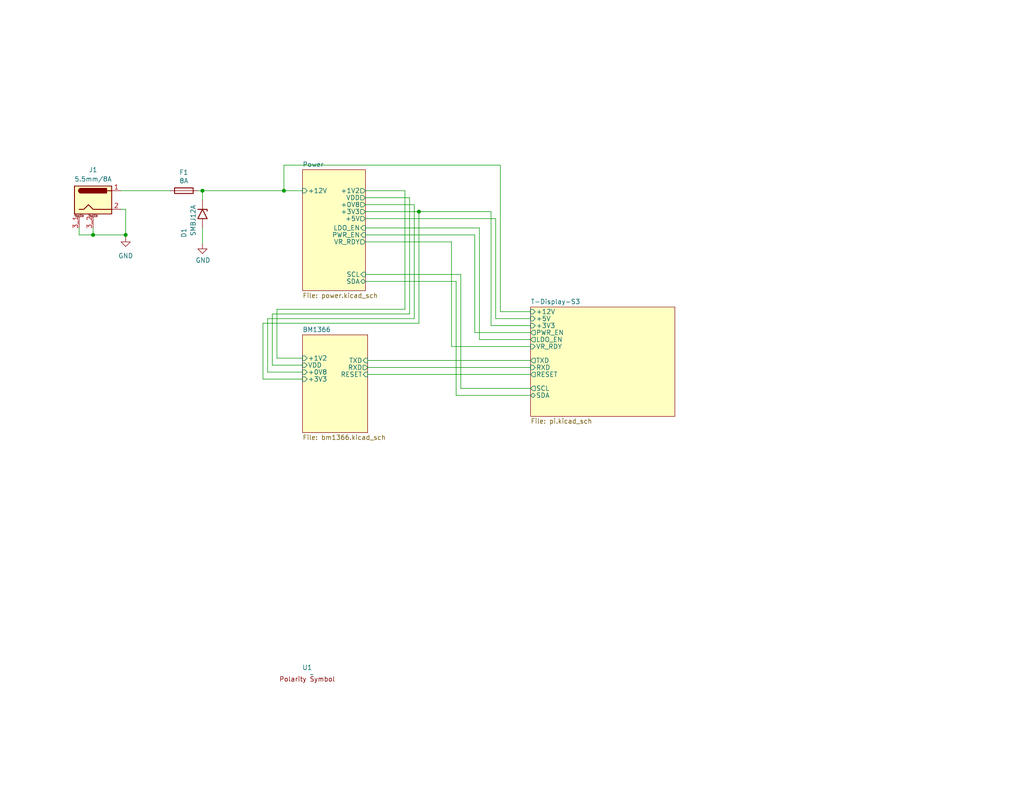
<source format=kicad_sch>
(kicad_sch (version 20250114) (generator "eeschema") (generator_version "9.0")
  (paper "A")
  (title_block (title "BM1366 PiAxe") (date "2023-10-10") (rev "202"))
  (lib_symbols
    (symbol "Device:Fuse" (pin_numbers (hide yes)) (pin_names (offset 0))
      (property "Reference" "F" (at 2.032 0 90))
      (property "Value" "Fuse" (at -1.905 0 90))
      (symbol "Fuse_0_1"
        (rectangle (start -0.762 -2.54) (end 0.762 2.54) (stroke (width 0.254)))
        (polyline (pts (xy 0 2.54) (xy 0 -2.54)))
      )
      (symbol "Fuse_1_1"
        (pin passive line (at 0 3.81 270) (length 1.27) (name "~") (number "1"))
        (pin passive line (at 0 -3.81 90) (length 1.27) (name "~") (number "2"))
      )
    )
    (symbol "Diode:5KPxxA" (pin_numbers (hide yes)) (pin_names (offset 1.016) (hide yes))
      (property "Reference" "D" (at 0 2.54 0))
      (property "Value" "5KPxxA" (at 0 -2.54 0))
      (symbol "5KPxxA_0_1"
        (polyline (pts (xy -0.762 1.27) (xy -1.27 1.27) (xy -1.27 -1.27)) (stroke (width 0.254)))
        (polyline (pts (xy 1.27 1.27) (xy 1.27 -1.27) (xy -1.27 0) (xy 1.27 1.27)) (stroke (width 0.254)))
      )
      (symbol "5KPxxA_1_1"
        (pin passive line (at -3.81 0 0) (length 2.54) (name "A1") (number "1"))
        (pin passive line (at 3.81 0 180) (length 2.54) (name "A2") (number "2"))
      )
    )
    (symbol "GND_1" (power) (pin_numbers (hide yes)) (pin_names (offset 0) (hide yes))
      (property "Value" "GND" (at 0 -3.81 0))
      (symbol "GND_1_0_1"
        (polyline (pts (xy 0 0) (xy 0 -1.27) (xy 1.27 -1.27) (xy 0 -2.54) (xy -1.27 -1.27) (xy 0 -1.27)))
      )
      (symbol "GND_1_1_1"
        (pin power_in line (at 0 0 270) (length 0) (name "~") (number "1"))
      )
    )
    (symbol "bitaxe:polarity" (in_bom no)
      (property "Reference" "U" (at 0 0 0))
      (symbol "polarity_1_1"
        (text "Polarity Symbol" (at -1.27 -1.27 0) (effects (font (size 1.27 1.27))))
      )
    )
    (symbol "mylib7:DCJ250-20" (pin_names (hide yes))
      (property "Reference" "J" (at 0 5.334 0))
      (property "Value" "DCJ250-20" (at 1.27 -6.35 0))
      (symbol "DCJ250-20_0_1"
        (rectangle (start -5.08 3.81) (end 5.08 -3.81) (stroke (width 0.254)) (fill (type background)))
        (polyline (pts (xy -3.81 -2.54) (xy -2.54 -2.54) (xy -1.27 -1.27) (xy 0 -2.54) (xy 2.54 -2.54) (xy 5.08 -2.54)) (stroke (width 0.254)))
        (arc (start -3.302 1.905) (mid -3.9343 2.54) (end -3.302 3.175) (stroke (width 0.254)))
        (arc (start -3.302 1.905) (mid -3.9343 2.54) (end -3.302 3.175) (stroke (width 0.254)) (fill (type outline)))
        (rectangle (start 3.683 3.175) (end -3.302 1.905) (stroke (width 0.254)) (fill (type outline)))
        (polyline (pts (xy 5.08 2.54) (xy 3.81 2.54)) (stroke (width 0.254)))
      )
      (symbol "DCJ250-20_1_1"
        (polyline (pts (xy -4.826 -4.572) (xy -2.794 -4.572)) (stroke (width 0.1524)))
        (polyline (pts (xy -1.016 -4.572) (xy 1.016 -4.572)) (stroke (width 0.1524)))
        (text "Mounting" (at -3.81 -4.191 0) (effects (font (size 0.381 0.381))))
        (text "Mounting" (at 0 -4.191 0) (effects (font (size 0.381 0.381))))
        (pin passive line (at -3.81 -7.62 90) (length 3.048) (name "MountPin") (number "3_1"))
        (pin passive line (at 0 -7.62 90) (length 3.048) (name "MountPin") (number "3_2"))
        (pin passive line (at 7.62 2.54 180) (length 2.54) (name "~") (number "1"))
        (pin passive line (at 7.62 -2.54 180) (length 2.54) (name "~") (number "2"))
      )
    )
    (symbol "power:GND" (power) (pin_names (offset 0))
      (property "Value" "GND" (at 0 -3.81 0))
      (symbol "GND_0_1"
        (polyline (pts (xy 0 0) (xy 0 -1.27) (xy 1.27 -1.27) (xy 0 -2.54) (xy -1.27 -1.27) (xy 0 -1.27)))
      )
      (symbol "GND_1_1"
        (pin power_in line (at 0 0 270) (length 0) (hide yes) (name "GND") (number "1"))
      )
    )
  )
  (junction (at 34.29 64.135))
  (junction (at 25.4 64.135))
  (junction (at 114.3 57.785))
  (junction (at 55.245 52.07))
  (junction (at 77.47 52.07))
  (wire (pts (xy 99.695 62.23) (xy 130.81 62.23)))
  (wire (pts (xy 111.76 85.725) (xy 74.295 85.725)))
  (wire (pts (xy 34.29 64.135) (xy 34.29 64.77)))
  (wire (pts (xy 125.73 74.93) (xy 125.73 106.045)))
  (wire (pts (xy 99.695 76.835) (xy 124.46 76.835)))
  (wire (pts (xy 74.295 85.725) (xy 74.295 99.695)))
  (wire (pts (xy 110.49 84.455) (xy 75.565 84.455)))
  (wire (pts (xy 53.975 52.07) (xy 55.245 52.07)))
  (wire (pts (xy 73.025 101.6) (xy 82.55 101.6)))
  (wire (pts (xy 25.4 64.135) (xy 34.29 64.135)))
  (wire (pts (xy 100.33 100.33) (xy 144.78 100.33)))
  (wire (pts (xy 73.025 86.995) (xy 73.025 101.6)))
  (wire (pts (xy 99.695 53.975) (xy 111.76 53.975)))
  (wire (pts (xy 129.54 64.135) (xy 129.54 90.805)))
  (wire (pts (xy 71.755 88.265) (xy 71.755 103.505)))
  (wire (pts (xy 21.59 62.23) (xy 21.59 64.135)))
  (wire (pts (xy 114.3 88.265) (xy 71.755 88.265)))
  (wire (pts (xy 129.54 90.805) (xy 144.78 90.805)))
  (wire (pts (xy 136.525 45.085) (xy 136.525 85.09)))
  (wire (pts (xy 77.47 45.085) (xy 136.525 45.085)))
  (wire (pts (xy 110.49 52.07) (xy 110.49 84.455)))
  (wire (pts (xy 100.33 102.235) (xy 144.78 102.235)))
  (wire (pts (xy 77.47 52.07) (xy 77.47 45.085)))
  (wire (pts (xy 71.755 103.505) (xy 82.55 103.505)))
  (wire (pts (xy 74.295 99.695) (xy 82.55 99.695)))
  (wire (pts (xy 135.255 86.995) (xy 144.78 86.995)))
  (wire (pts (xy 99.695 74.93) (xy 125.73 74.93)))
  (wire (pts (xy 144.78 88.9) (xy 133.985 88.9)))
  (wire (pts (xy 113.03 86.995) (xy 73.025 86.995)))
  (wire (pts (xy 99.695 59.69) (xy 135.255 59.69)))
  (wire (pts (xy 135.255 59.69) (xy 135.255 86.995)))
  (wire (pts (xy 133.985 88.9) (xy 133.985 57.785)))
  (wire (pts (xy 75.565 97.79) (xy 82.55 97.79)))
  (wire (pts (xy 130.81 92.71) (xy 144.78 92.71)))
  (wire (pts (xy 125.73 106.045) (xy 144.78 106.045)))
  (wire (pts (xy 114.3 57.785) (xy 114.3 88.265)))
  (wire (pts (xy 33.02 52.07) (xy 46.355 52.07)))
  (wire (pts (xy 55.245 54.61) (xy 55.245 52.07)))
  (wire (pts (xy 99.695 66.04) (xy 123.19 66.04)))
  (wire (pts (xy 123.19 94.615) (xy 144.78 94.615)))
  (wire (pts (xy 55.245 66.675) (xy 55.245 62.23)))
  (wire (pts (xy 124.46 107.95) (xy 144.78 107.95)))
  (wire (pts (xy 77.47 52.07) (xy 82.55 52.07)))
  (wire (pts (xy 34.29 57.15) (xy 34.29 64.135)))
  (wire (pts (xy 21.59 64.135) (xy 25.4 64.135)))
  (wire (pts (xy 113.03 55.88) (xy 113.03 86.995)))
  (wire (pts (xy 99.695 57.785) (xy 114.3 57.785)))
  (wire (pts (xy 133.985 57.785) (xy 114.3 57.785)))
  (wire (pts (xy 75.565 84.455) (xy 75.565 97.79)))
  (wire (pts (xy 130.81 62.23) (xy 130.81 92.71)))
  (wire (pts (xy 136.525 85.09) (xy 144.78 85.09)))
  (wire (pts (xy 99.695 55.88) (xy 113.03 55.88)))
  (wire (pts (xy 33.02 57.15) (xy 34.29 57.15)))
  (wire (pts (xy 100.33 98.425) (xy 144.78 98.425)))
  (wire (pts (xy 99.695 52.07) (xy 110.49 52.07)))
  (wire (pts (xy 25.4 62.23) (xy 25.4 64.135)))
  (wire (pts (xy 99.695 64.135) (xy 129.54 64.135)))
  (wire (pts (xy 111.76 53.975) (xy 111.76 85.725)))
  (wire (pts (xy 123.19 66.04) (xy 123.19 94.615)))
  (wire (pts (xy 55.245 52.07) (xy 77.47 52.07)))
  (wire (pts (xy 124.46 76.835) (xy 124.46 107.95)))
  (symbol (lib_id "power:GND") (at 55.245 66.675 0) (unit 1)
    (property "Reference" "#PWR04" (effects (hide yes)))
    (property "Value" "GND" (at 55.372 71.0692 0))
  )
  (symbol (lib_id "mylib7:DCJ250-20") (at 25.4 54.61 0) (unit 1)
    (property "Reference" "J1" (at 25.4 46.355 0))
    (property "Value" "5.5mm/8A" (at 25.4 48.895 0))
    (property "Footprint" "qaxe:GCT_DCJ250-20-B-XX-X_REVA1" (effects (hide yes)))
    (property "Description" "DC Barrel Jack with a mounting pin" (effects (hide yes)))
    (property "Distributor" "D" (effects (hide yes)))
    (property "Manufacturer" "DCJ250-20-B-K1-A" (effects (hide yes)))
    (property "OrderNr" "2073-DCJ250-20-B-K1-ACT-ND" (effects (hide yes)))
  )
  (symbol (lib_id "Diode:5KPxxA") (at 55.245 58.42 270) (unit 1)
    (property "Reference" "D1" (at 50.165 62.23 0) (effects (justify left)))
    (property "Value" "SMBJ12A" (at 52.705 55.88 0) (effects (justify left)))
    (property "Footprint" "Diode_SMD:D_SMB" (effects (hide yes)))
    (property "Distributor" "D" (effects (hide yes)))
    (property "Manufacturer" "SMBJ12A" (effects (hide yes)))
    (property "OrderNr" "SMBJ12ALFCT-ND" (effects (hide yes)))
  )
  (symbol (lib_name "GND_1") (lib_id "power:GND") (at 34.29 64.77 0) (unit 1)
    (property "Reference" "#PWR01" (effects (hide yes)))
    (property "Value" "GND" (at 34.29 69.85 0))
    (property "Description" "Power symbol creates a global label with name \"GND\" , ground" (effects (hide yes)))
  )
  (symbol (lib_id "bitaxe:polarity") (at 85.09 184.15 0) (unit 1) (in_bom no)
    (property "Reference" "U1" (at 83.82 182.245 0))
    (property "Value" "~" (at 85.09 184.15 0))
    (property "Footprint" "bitaxe:polarity" (effects (hide yes)))
    (property "Distributor" "-" (effects (hide yes)))
  )
  (symbol (lib_id "Device:Fuse") (at 50.165 52.07 270) (unit 1)
    (property "Reference" "F1" (at 50.165 47.0662 90))
    (property "Value" "8A" (at 50.165 49.3776 90))
    (property "Footprint" "myfootprints:fuseholder_littlefuse_blok" (effects (hide yes)))
    (property "Distributor" "D" (effects (hide yes)))
    (property "Manufacturer" "0154008.DR" (effects (hide yes)))
    (property "OrderNr" "F1239CT-ND" (effects (hide yes)))
  )
  (sheet (at 82.55 91.44) (size 17.78 26.67) (stroke (width 0.1524)) (fill (color 255 255 194 1.0000))
    (property "Sheetname" "BM1366" (at 82.55 90.7284 0) (effects (justify left bottom)))
    (property "Sheetfile" "bm1366.kicad_sch" (at 82.55 118.6946 0) (effects (justify left top)))
    (pin "+1V2" input (at 82.55 97.79 180))
    (pin "+0V8" input (at 82.55 101.6 180))
    (pin "+3V3" input (at 82.55 103.505 180))
    (pin "RXD" output (at 100.33 100.33 0))
    (pin "TXD" input (at 100.33 98.425 0))
    (pin "RESET" input (at 100.33 102.235 0))
    (pin "VDD" input (at 82.55 99.695 180))
  )
  (sheet (at 82.55 46.355) (size 17.145 33.02) (stroke (width 0.1524)) (fill (color 255 255 194 1.0000))
    (property "Sheetname" "Power" (at 82.55 45.6434 0) (effects (justify left bottom)))
    (property "Sheetfile" "power.kicad_sch" (at 82.55 79.9596 0) (effects (justify left top)))
    (pin "+1V2" output (at 99.695 52.07 0))
    (pin "+3V3" output (at 99.695 57.785 0))
    (pin "+0V8" output (at 99.695 55.88 0))
    (pin "+5V" output (at 99.695 59.69 0))
    (pin "+12V" input (at 82.55 52.07 180))
    (pin "SDA" bidirectional (at 99.695 76.835 0))
    (pin "SCL" input (at 99.695 74.93 0))
    (pin "LDO_EN" input (at 99.695 62.23 0))
    (pin "VR_RDY" output (at 99.695 66.04 0))
    (pin "PWR_EN" input (at 99.695 64.135 0))
    (pin "VDD" output (at 99.695 53.975 0))
  )
  (sheet (at 144.78 83.82) (size 39.37 29.845) (stroke (width 0.1524)) (fill (color 255 255 194 1.0000))
    (property "Sheetname" "T-Display-S3" (at 144.78 83.1084 0) (effects (justify left bottom)))
    (property "Sheetfile" "pi.kicad_sch" (at 144.78 114.2496 0) (effects (justify left top)))
    (pin "+3V3" input (at 144.78 88.9 180))
    (pin "RXD" input (at 144.78 100.33 180))
    (pin "TXD" output (at 144.78 98.425 180))
    (pin "RESET" output (at 144.78 102.235 180))
    (pin "+12V" input (at 144.78 85.09 180))
    (pin "+5V" input (at 144.78 86.995 180))
    (pin "SCL" output (at 144.78 106.045 180))
    (pin "SDA" bidirectional (at 144.78 107.95 180))
    (pin "LDO_EN" output (at 144.78 92.71 180))
    (pin "VR_RDY" input (at 144.78 94.615 180))
    (pin "PWR_EN" output (at 144.78 90.805 180))
  )
)
</source>
